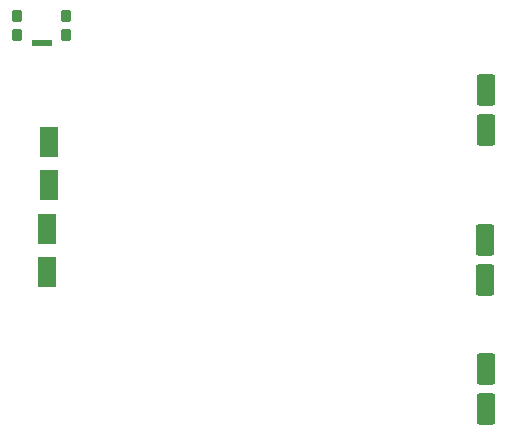
<source format=gbr>
%TF.GenerationSoftware,KiCad,Pcbnew,8.0.7*%
%TF.CreationDate,2025-06-01T16:35:16+09:00*%
%TF.ProjectId,ESP32 RST Monitoring,45535033-3220-4525-9354-204d6f6e6974,rev?*%
%TF.SameCoordinates,Original*%
%TF.FileFunction,Paste,Top*%
%TF.FilePolarity,Positive*%
%FSLAX46Y46*%
G04 Gerber Fmt 4.6, Leading zero omitted, Abs format (unit mm)*
G04 Created by KiCad (PCBNEW 8.0.7) date 2025-06-01 16:35:16*
%MOMM*%
%LPD*%
G01*
G04 APERTURE LIST*
G04 Aperture macros list*
%AMRoundRect*
0 Rectangle with rounded corners*
0 $1 Rounding radius*
0 $2 $3 $4 $5 $6 $7 $8 $9 X,Y pos of 4 corners*
0 Add a 4 corners polygon primitive as box body*
4,1,4,$2,$3,$4,$5,$6,$7,$8,$9,$2,$3,0*
0 Add four circle primitives for the rounded corners*
1,1,$1+$1,$2,$3*
1,1,$1+$1,$4,$5*
1,1,$1+$1,$6,$7*
1,1,$1+$1,$8,$9*
0 Add four rect primitives between the rounded corners*
20,1,$1+$1,$2,$3,$4,$5,0*
20,1,$1+$1,$4,$5,$6,$7,0*
20,1,$1+$1,$6,$7,$8,$9,0*
20,1,$1+$1,$8,$9,$2,$3,0*%
G04 Aperture macros list end*
%ADD10RoundRect,0.250000X-0.550000X1.050000X-0.550000X-1.050000X0.550000X-1.050000X0.550000X1.050000X0*%
%ADD11RoundRect,0.250000X-0.550000X1.075000X-0.550000X-1.075000X0.550000X-1.075000X0.550000X1.075000X0*%
%ADD12RoundRect,0.135000X0.315000X0.365000X-0.315000X0.365000X-0.315000X-0.365000X0.315000X-0.365000X0*%
%ADD13RoundRect,0.082500X0.767500X0.192500X-0.767500X0.192500X-0.767500X-0.192500X0.767500X-0.192500X0*%
G04 APERTURE END LIST*
D10*
%TO.C,C2*%
X120192800Y-71987000D03*
X120192800Y-75587000D03*
%TD*%
D11*
%TO.C,C5*%
X157200600Y-91214200D03*
X157200600Y-94564200D03*
%TD*%
%TO.C,C4*%
X157099000Y-80265400D03*
X157099000Y-83615400D03*
%TD*%
%TO.C,C6*%
X157200600Y-67592200D03*
X157200600Y-70942200D03*
%TD*%
D10*
%TO.C,C1*%
X120065800Y-79356400D03*
X120065800Y-82956400D03*
%TD*%
D12*
%TO.C,SW1*%
X121648800Y-62916400D03*
X117548800Y-62916400D03*
X121648800Y-61316400D03*
X117548800Y-61316400D03*
D13*
X119598800Y-63541400D03*
%TD*%
M02*

</source>
